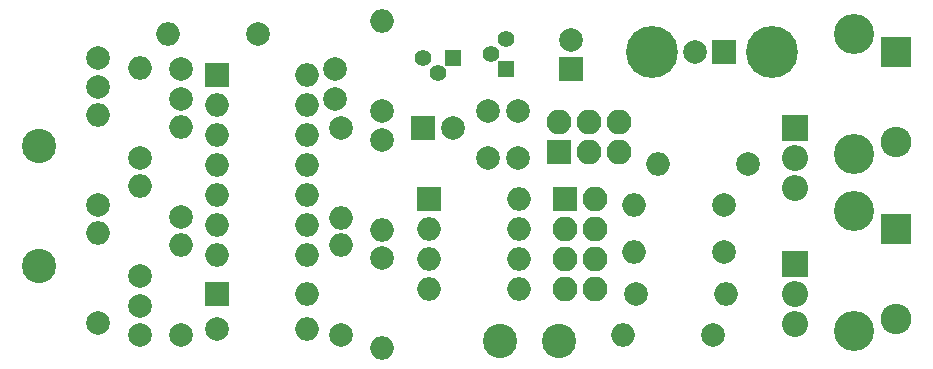
<source format=gbs>
G04 #@! TF.FileFunction,Soldermask,Bot*
%FSLAX46Y46*%
G04 Gerber Fmt 4.6, Leading zero omitted, Abs format (unit mm)*
G04 Created by KiCad (PCBNEW 4.0.6) date 03/11/18 15:23:17*
%MOMM*%
%LPD*%
G01*
G04 APERTURE LIST*
%ADD10C,0.100000*%
%ADD11C,2.000000*%
%ADD12R,2.000000X2.000000*%
%ADD13O,2.000000X2.000000*%
%ADD14R,2.600000X2.600000*%
%ADD15O,2.600000X2.600000*%
%ADD16C,4.400500*%
%ADD17C,2.899360*%
%ADD18R,2.100000X2.100000*%
%ADD19O,2.100000X2.100000*%
%ADD20C,3.399740*%
%ADD21R,2.200000X2.200000*%
%ADD22O,2.200000X2.200000*%
%ADD23C,1.400000*%
%ADD24R,1.400000X1.400000*%
G04 APERTURE END LIST*
D10*
D11*
X101000000Y-129500000D03*
X103500000Y-129500000D03*
X75000000Y-126000000D03*
X75000000Y-128500000D03*
D12*
X95500000Y-131000000D03*
D11*
X98000000Y-131000000D03*
X71500000Y-146000000D03*
X71500000Y-148500000D03*
D12*
X121000000Y-124500000D03*
D11*
X118500000Y-124500000D03*
X68000000Y-127500000D03*
X68000000Y-125000000D03*
D12*
X108000000Y-126000000D03*
D11*
X108000000Y-123500000D03*
X103500000Y-133500000D03*
X101000000Y-133500000D03*
X88000000Y-128500000D03*
X88000000Y-126000000D03*
D12*
X78000000Y-145000000D03*
D13*
X85620000Y-145000000D03*
D14*
X135500000Y-139500000D03*
D15*
X135500000Y-147120000D03*
D14*
X135500000Y-124500000D03*
D15*
X135500000Y-132120000D03*
D16*
X125000000Y-124500000D03*
X114840000Y-124500000D03*
D17*
X63000000Y-132500000D03*
X63000000Y-142660000D03*
D18*
X107000000Y-133000000D03*
D19*
X107000000Y-130460000D03*
X109540000Y-133000000D03*
X109540000Y-130460000D03*
X112080000Y-133000000D03*
X112080000Y-130460000D03*
D18*
X107500000Y-137000000D03*
D19*
X110040000Y-137000000D03*
X107500000Y-139540000D03*
X110040000Y-139540000D03*
X107500000Y-142080000D03*
X110040000Y-142080000D03*
X107500000Y-144620000D03*
X110040000Y-144620000D03*
D17*
X102000000Y-149000000D03*
X107000000Y-149000000D03*
D20*
X132000000Y-138000000D03*
X132000000Y-148160000D03*
X132000000Y-123000000D03*
X132000000Y-133160000D03*
D21*
X127000000Y-142500000D03*
D22*
X127000000Y-145040000D03*
X127000000Y-147580000D03*
D21*
X127000000Y-131000000D03*
D22*
X127000000Y-133540000D03*
X127000000Y-136080000D03*
D11*
X71500000Y-143500000D03*
D13*
X71500000Y-135880000D03*
D11*
X71500000Y-133500000D03*
D13*
X71500000Y-125880000D03*
D11*
X81500000Y-123000000D03*
D13*
X73880000Y-123000000D03*
D11*
X75000000Y-138500000D03*
D13*
X75000000Y-130880000D03*
D11*
X68000000Y-137500000D03*
D13*
X68000000Y-129880000D03*
D11*
X68000000Y-147500000D03*
D13*
X68000000Y-139880000D03*
D11*
X88500000Y-131000000D03*
D13*
X88500000Y-138620000D03*
D11*
X75000000Y-148500000D03*
D13*
X75000000Y-140880000D03*
D11*
X88500000Y-148500000D03*
D13*
X88500000Y-140880000D03*
D11*
X78000000Y-148000000D03*
D13*
X85620000Y-148000000D03*
D11*
X92000000Y-129500000D03*
D13*
X92000000Y-121880000D03*
D11*
X92000000Y-132000000D03*
D13*
X92000000Y-139620000D03*
D11*
X92000000Y-142000000D03*
D13*
X92000000Y-149620000D03*
D11*
X113500000Y-145000000D03*
D13*
X121120000Y-145000000D03*
D11*
X121000000Y-137500000D03*
D13*
X113380000Y-137500000D03*
D11*
X123000000Y-134000000D03*
D13*
X115380000Y-134000000D03*
D11*
X121000000Y-141500000D03*
D13*
X113380000Y-141500000D03*
D11*
X120000000Y-148500000D03*
D13*
X112380000Y-148500000D03*
D23*
X96730000Y-126270000D03*
X95460000Y-125000000D03*
D24*
X98000000Y-125000000D03*
D12*
X78000000Y-126500000D03*
D13*
X85620000Y-141740000D03*
X78000000Y-129040000D03*
X85620000Y-139200000D03*
X78000000Y-131580000D03*
X85620000Y-136660000D03*
X78000000Y-134120000D03*
X85620000Y-134120000D03*
X78000000Y-136660000D03*
X85620000Y-131580000D03*
X78000000Y-139200000D03*
X85620000Y-129040000D03*
X78000000Y-141740000D03*
X85620000Y-126500000D03*
D23*
X101230000Y-124730000D03*
X102500000Y-123460000D03*
D24*
X102500000Y-126000000D03*
D12*
X96000000Y-137000000D03*
D13*
X103620000Y-144620000D03*
X96000000Y-139540000D03*
X103620000Y-142080000D03*
X96000000Y-142080000D03*
X103620000Y-139540000D03*
X96000000Y-144620000D03*
X103620000Y-137000000D03*
M02*

</source>
